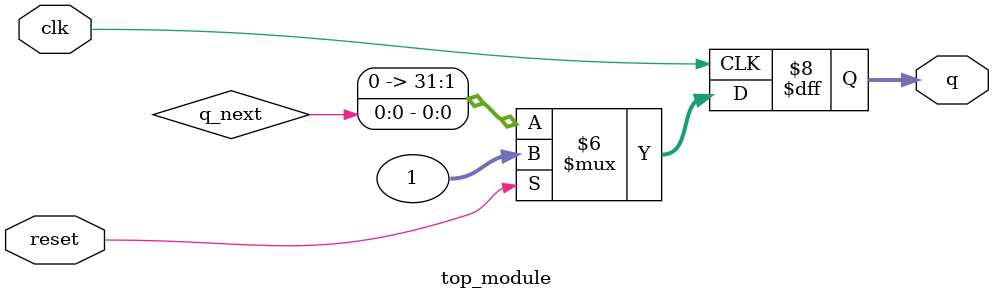
<source format=sv>
module top_module(
	input clk,
	input reset,
	output reg [31:0] q);

	always @(posedge clk) begin
		// update q_next on every clock cycle
		q_next[0] = q[31];
		q_next[1] = q[0] ^ q[31] ^ q[21] ^ q[1];
		// update q register on rising edge of clk
		if (reset)
			q <= 32'h1; // reset to initial value
		else
			q <= q_next;
	end

endmodule

</source>
